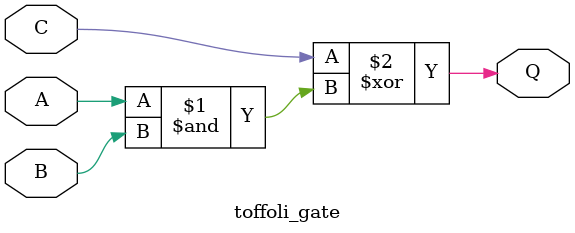
<source format=v>
module toffoli_gate(
    input wire A,B,C,
    output wire Q
);
assign Q = C ^ (A & B);
endmodule

</source>
